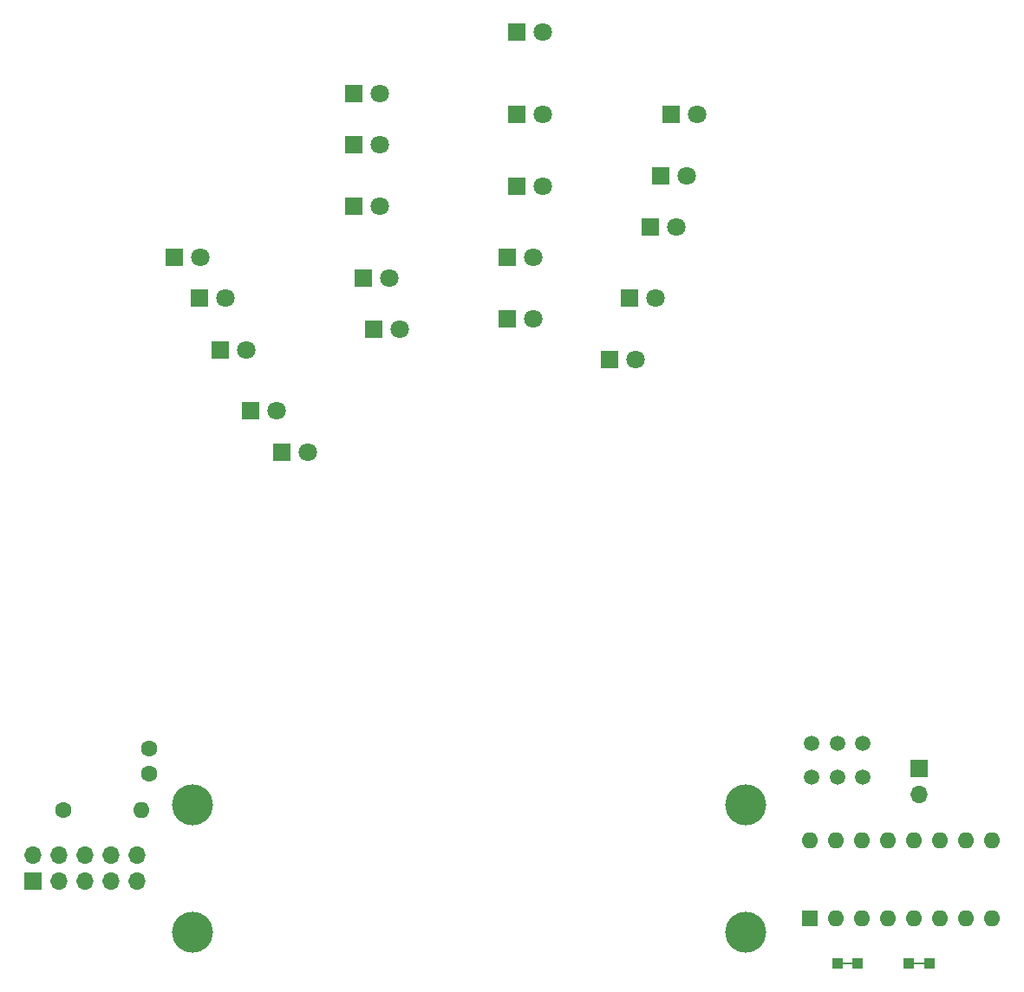
<source format=gbr>
G04 #@! TF.FileFunction,Soldermask,Top*
%FSLAX46Y46*%
G04 Gerber Fmt 4.6, Leading zero omitted, Abs format (unit mm)*
G04 Created by KiCad (PCBNEW 4.0.6) date 11/09/17 18:00:55*
%MOMM*%
%LPD*%
G01*
G04 APERTURE LIST*
%ADD10C,0.100000*%
%ADD11C,4.000000*%
%ADD12R,1.800000X1.800000*%
%ADD13C,1.800000*%
%ADD14C,1.600000*%
%ADD15O,1.600000X1.600000*%
%ADD16C,1.500000*%
%ADD17R,1.600000X1.600000*%
%ADD18R,1.700000X1.700000*%
%ADD19O,1.700000X1.700000*%
%ADD20R,1.000000X1.000000*%
%ADD21R,1.000000X0.254000*%
G04 APERTURE END LIST*
D10*
D11*
X172000000Y-145000000D03*
X118000000Y-132500000D03*
X172000000Y-132500000D03*
D12*
X116270000Y-79032000D03*
D13*
X118810000Y-79032000D03*
D12*
X120730000Y-88032000D03*
D13*
X123270000Y-88032000D03*
D12*
X126730000Y-98032000D03*
D13*
X129270000Y-98032000D03*
D12*
X118730000Y-83032000D03*
D13*
X121270000Y-83032000D03*
D12*
X123730000Y-94032000D03*
D13*
X126270000Y-94032000D03*
D12*
X133730000Y-63032000D03*
D13*
X136270000Y-63032000D03*
D12*
X133730000Y-74032000D03*
D13*
X136270000Y-74032000D03*
D12*
X135730000Y-86032000D03*
D13*
X138270000Y-86032000D03*
D12*
X133730000Y-68032000D03*
D13*
X136270000Y-68032000D03*
D12*
X134730000Y-81032000D03*
D13*
X137270000Y-81032000D03*
D12*
X149730000Y-57032000D03*
D13*
X152270000Y-57032000D03*
D12*
X149730000Y-72032000D03*
D13*
X152270000Y-72032000D03*
D12*
X148730000Y-85032000D03*
D13*
X151270000Y-85032000D03*
D12*
X149730000Y-65032000D03*
D13*
X152270000Y-65032000D03*
D12*
X148730000Y-79032000D03*
D13*
X151270000Y-79032000D03*
D12*
X164730000Y-65032000D03*
D13*
X167270000Y-65032000D03*
D12*
X162730000Y-76032000D03*
D13*
X165270000Y-76032000D03*
D12*
X158730000Y-89032000D03*
D13*
X161270000Y-89032000D03*
D12*
X163730000Y-71032000D03*
D13*
X166270000Y-71032000D03*
D12*
X160730000Y-83032000D03*
D13*
X163270000Y-83032000D03*
D14*
X105380000Y-133000000D03*
D15*
X113000000Y-133000000D03*
D16*
X181000000Y-126550000D03*
X183500000Y-126550000D03*
X178500000Y-126550000D03*
X178500000Y-129850000D03*
X181000000Y-129850000D03*
X183500000Y-129850000D03*
D17*
X178300000Y-143620000D03*
D15*
X196080000Y-136000000D03*
X180840000Y-143620000D03*
X193540000Y-136000000D03*
X183380000Y-143620000D03*
X191000000Y-136000000D03*
X185920000Y-143620000D03*
X188460000Y-136000000D03*
X188460000Y-143620000D03*
X185920000Y-136000000D03*
X191000000Y-143620000D03*
X183380000Y-136000000D03*
X193540000Y-143620000D03*
X180840000Y-136000000D03*
X196080000Y-143620000D03*
X178300000Y-136000000D03*
D18*
X189000000Y-129000000D03*
D19*
X189000000Y-131540000D03*
D14*
X113750000Y-129500000D03*
X113750000Y-127000000D03*
D11*
X118000000Y-145000000D03*
D18*
X102460000Y-140000000D03*
D19*
X102460000Y-137460000D03*
X105000000Y-140000000D03*
X105000000Y-137460000D03*
X107540000Y-140000000D03*
X107540000Y-137460000D03*
X110080000Y-140000000D03*
X110080000Y-137460000D03*
X112620000Y-140000000D03*
X112620000Y-137460000D03*
D20*
X183000000Y-148000000D03*
X181000000Y-148000000D03*
D21*
X182000000Y-148000000D03*
D20*
X188000000Y-148000000D03*
X190000000Y-148000000D03*
D21*
X189000000Y-148000000D03*
M02*

</source>
